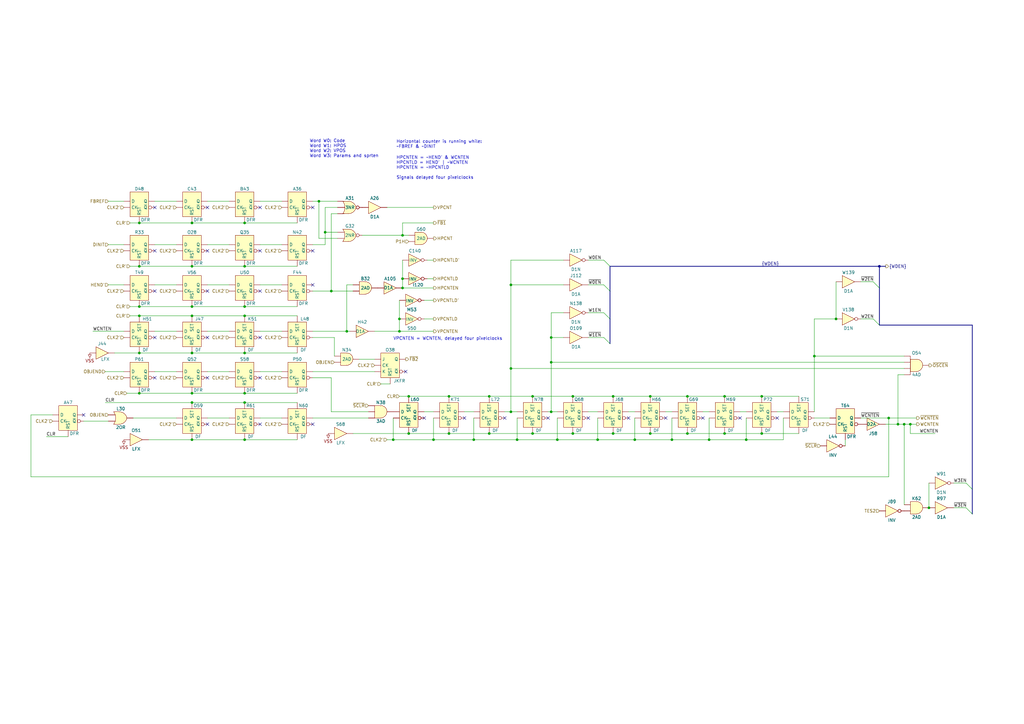
<source format=kicad_sch>
(kicad_sch (version 20230121) (generator eeschema)
  (paper "A3")
  (title_block (date "2023-11-18"))
  (lib_symbols
    (symbol "oki-msm70v000:2AD"
      (property "Reference" "U" (at 0 3.81 0))
      (property "Value" "2AD" (at 0 -3.81 0))
      (symbol "2AD_1_1"
        (arc (start 0 -2.54) (mid 1.7263 -1.7263) (end 2.54 0) (fill (type background)))
        (polyline (pts (xy 0 2.54) (xy -2.54 2.54) (xy -2.54 -2.54) (xy 0 -2.54)) (fill (type background)))
        (arc (start 2.54 0) (mid 1.7961 1.7961) (end 0 2.54) (fill (type background)))
        (pin input line (at -5.08 -1.27 0) (length 2.54) (name "") (number ""))
        (pin input line (at -5.08 1.27 0) (length 2.54) (name "") (number ""))
        (pin output line (at 5.08 0 180) (length 2.54) (name "") (number ""))
      )
    )
    (symbol "oki-msm70v000:2NR"
      (property "Reference" "U" (at 0 3.81 0))
      (property "Value" "2NR" (at 0 -3.81 0))
      (symbol "2NR_1_1"
        (arc (start -2.9127 -2.5398) (mid -2.0762 0.0001) (end -2.9129 2.54))
        (arc (start -0.635 -2.54) (mid 1.3992 -1.8283) (end 2.54 0) (fill (type background)))
        (polyline (pts (xy -0.635 -2.54) (xy -2.921 -2.54)) (fill (type outline)))
        (polyline (pts (xy -0.635 2.54) (xy -2.921 2.54)) (fill (type background)))
        (polyline (pts (xy -0.635 2.54) (xy -2.921 2.54) (xy -2.54 1.905) (xy -2.286 1.27) (xy -2.159 0.762) (xy -2.1082 0.4572) (xy -2.0828 0.1778) (xy -2.0828 -0.127) (xy -2.1336 -0.6604) (xy -2.2098 -1.016) (xy -2.3114 -1.3716) (xy -2.4384 -1.6764) (xy -2.6162 -2.0574) (xy -2.794 -2.3368) (xy -2.921 -2.54) (xy -0.635 -2.54)) (stroke (width -0.0001)) (fill (type background)))
        (arc (start 2.54 0) (mid 1.3994 1.8287) (end -0.635 2.54) (fill (type background)))
        (pin input line (at -5.08 -1.27 0) (length 2.794) (name "") (number ""))
        (pin input line (at -5.08 1.27 0) (length 2.794) (name "") (number ""))
        (pin output inverted (at 5.08 0 180) (length 2.54) (name "") (number ""))
      )
    )
    (symbol "oki-msm70v000:2OR"
      (property "Reference" "U" (at 0 3.81 0))
      (property "Value" "2OR" (at 0 -3.81 0))
      (symbol "2OR_1_1"
        (arc (start -2.9127 -2.5398) (mid -2.0762 0.0001) (end -2.9129 2.54))
        (arc (start -0.635 -2.54) (mid 1.3992 -1.8283) (end 2.54 0) (fill (type background)))
        (polyline (pts (xy -0.635 -2.54) (xy -2.921 -2.54)) (fill (type outline)))
        (polyline (pts (xy -0.635 2.54) (xy -2.921 2.54)) (fill (type background)))
        (polyline (pts (xy -0.635 2.54) (xy -2.921 2.54) (xy -2.54 1.905) (xy -2.286 1.27) (xy -2.159 0.762) (xy -2.1082 0.4572) (xy -2.0828 0.1778) (xy -2.0828 -0.127) (xy -2.1336 -0.6604) (xy -2.2098 -1.016) (xy -2.3114 -1.3716) (xy -2.4384 -1.6764) (xy -2.6162 -2.0574) (xy -2.794 -2.3368) (xy -2.921 -2.54) (xy -0.635 -2.54)) (stroke (width -0.0001)) (fill (type background)))
        (arc (start 2.54 0) (mid 1.3994 1.8287) (end -0.635 2.54) (fill (type background)))
        (pin input line (at -5.08 -1.27 0) (length 2.794) (name "") (number ""))
        (pin input line (at -5.08 1.27 0) (length 2.794) (name "") (number ""))
        (pin output line (at 5.08 0 180) (length 2.54) (name "") (number ""))
      )
    )
    (symbol "oki-msm70v000:3AD"
      (property "Reference" "U" (at 0 3.81 0))
      (property "Value" "3AD" (at 0 -3.81 0))
      (symbol "3AD_1_1"
        (arc (start 0 -2.54) (mid 1.7263 -1.7263) (end 2.54 0) (fill (type background)))
        (polyline (pts (xy 0 2.54) (xy -2.54 2.54) (xy -2.54 -2.54) (xy 0 -2.54)) (fill (type background)))
        (arc (start 2.54 0) (mid 1.7961 1.7961) (end 0 2.54) (fill (type background)))
        (pin input line (at -5.08 -2.54 0) (length 2.54) (name "") (number ""))
        (pin input line (at -5.08 0 0) (length 2.54) (name "") (number ""))
        (pin input line (at -5.08 2.54 0) (length 2.54) (name "") (number ""))
        (pin output line (at 5.08 0 180) (length 2.54) (name "") (number ""))
      )
    )
    (symbol "oki-msm70v000:3NR"
      (property "Reference" "U" (at 0 3.81 0))
      (property "Value" "3NR" (at 0 -3.81 0))
      (symbol "3NR_1_1"
        (arc (start -2.9127 -2.5398) (mid -2.0762 0.0001) (end -2.9129 2.54))
        (arc (start -0.635 -2.54) (mid 1.3992 -1.8283) (end 2.54 0) (fill (type background)))
        (polyline (pts (xy -0.635 -2.54) (xy -2.921 -2.54)) (fill (type outline)))
        (polyline (pts (xy -0.635 2.54) (xy -2.921 2.54)) (fill (type background)))
        (polyline (pts (xy -0.635 2.54) (xy -2.921 2.54) (xy -2.54 1.905) (xy -2.286 1.27) (xy -2.159 0.762) (xy -2.1082 0.4572) (xy -2.0828 0.1778) (xy -2.0828 -0.127) (xy -2.1336 -0.6604) (xy -2.2098 -1.016) (xy -2.3114 -1.3716) (xy -2.4384 -1.6764) (xy -2.6162 -2.0574) (xy -2.794 -2.3368) (xy -2.921 -2.54) (xy -0.635 -2.54)) (stroke (width -0.0001)) (fill (type background)))
        (arc (start 2.54 0) (mid 1.3994 1.8287) (end -0.635 2.54) (fill (type background)))
        (pin input line (at -5.08 -2.54 0) (length 2.794) (name "") (number ""))
        (pin input line (at -5.08 0 0) (length 3) (name "") (number ""))
        (pin input line (at -5.08 2.54 0) (length 2.794) (name "") (number ""))
        (pin output inverted (at 5.08 0 180) (length 2.54) (name "") (number ""))
      )
    )
    (symbol "oki-msm70v000:4AD"
      (property "Reference" "U" (at 0 5.08 0))
      (property "Value" "4AD" (at 0 -3.81 0))
      (symbol "4AD_0_1"
        (polyline (pts (xy -2.54 3.81) (xy -2.54 2.54) (xy -2.54 -3.81)))
      )
      (symbol "4AD_1_1"
        (arc (start 0 -2.54) (mid 1.7263 -1.7263) (end 2.54 0) (fill (type background)))
        (polyline (pts (xy 0 2.54) (xy -2.54 2.54) (xy -2.54 -2.54) (xy 0 -2.54)) (fill (type background)))
        (arc (start 2.54 0) (mid 1.7961 1.7961) (end 0 2.54) (fill (type background)))
        (pin input line (at -5.08 -3.81 0) (length 2.54) (name "") (number ""))
        (pin input line (at -5.08 -1.27 0) (length 2.54) (name "") (number ""))
        (pin input line (at -5.08 1.27 0) (length 2.54) (name "") (number ""))
        (pin input line (at -5.08 3.81 0) (length 2.54) (name "") (number ""))
        (pin output line (at 5.08 0 180) (length 2.54) (name "") (number ""))
      )
    )
    (symbol "oki-msm70v000:D1A"
      (property "Reference" "U" (at 0 3.81 0))
      (property "Value" "D1A" (at 0 -3.81 0))
      (symbol "D1A_1_1"
        (polyline (pts (xy -2.54 2.54) (xy -2.54 -2.54) (xy 2.54 0) (xy -2.54 2.54)) (fill (type background)))
        (pin input line (at -5.08 0 0) (length 2.54) (name "") (number ""))
        (pin output line (at 5.08 0 180) (length 2.54) (name "") (number ""))
      )
    )
    (symbol "oki-msm70v000:D1N"
      (property "Reference" "U" (at 0 3.81 0))
      (property "Value" "D1N" (at 0 -3.81 0))
      (symbol "D1N_1_1"
        (polyline (pts (xy -2.54 2.54) (xy -2.54 -2.54) (xy 2.54 0) (xy -2.54 2.54)) (fill (type background)))
        (pin input line (at -5.08 0 0) (length 2.54) (name "") (number ""))
        (pin output inverted (at 5.08 0 180) (length 2.54) (name "") (number ""))
      )
    )
    (symbol "oki-msm70v000:D2A"
      (property "Reference" "U" (at 0 3.81 0))
      (property "Value" "D2A" (at 0 -3.81 0))
      (symbol "D2A_1_1"
        (polyline (pts (xy -2.54 2.54) (xy -2.54 -2.54) (xy 2.54 0) (xy -2.54 2.54)) (fill (type background)))
        (pin input line (at -5.08 0 0) (length 2.54) (name "") (number ""))
        (pin output line (at 5.08 0 180) (length 2.54) (name "") (number ""))
      )
    )
    (symbol "oki-msm70v000:DF"
      (property "Reference" "U" (at 2.54 6.35 0))
      (property "Value" "DF" (at 2.54 -6.35 0))
      (symbol "DF_1_1"
        (rectangle (start -3.81 5.08) (end 3.81 -5.08) (fill (type background)))
        (pin input line (at -6.35 -1.27 0) (length 2.54) (name "CK") (number ""))
        (pin input line (at -6.35 1.27 0) (length 2.54) (name "D") (number ""))
        (pin output line (at 6.35 1.27 180) (length 2.54) (name "Q") (number ""))
        (pin input line (at 0 -7.62 90) (length 2.54) (name "RST") (number ""))
        (pin input line (at 0 7.62 270) (length 2.54) (name "SET") (number ""))
        (pin output inverted (at 6.35 -1.27 180) (length 2.54) (name "~{Q}") (number ""))
      )
    )
    (symbol "oki-msm70v000:DFR"
      (property "Reference" "U" (at 0 6.35 0))
      (property "Value" "DFR" (at 2.54 -6.35 0))
      (symbol "DFR_1_1"
        (rectangle (start -3.81 5.08) (end 3.81 -5.08) (fill (type background)))
        (pin input line (at -6.35 -1.27 0) (length 2.54) (name "CK") (number ""))
        (pin input line (at -6.35 1.27 0) (length 2.54) (name "D") (number ""))
        (pin output line (at 6.35 1.27 180) (length 2.54) (name "Q") (number ""))
        (pin input line (at 0 -7.62 90) (length 2.54) (name "RST") (number ""))
        (pin output inverted (at 6.35 -1.27 180) (length 2.54) (name "~{Q}") (number ""))
      )
    )
    (symbol "oki-msm70v000:INV"
      (property "Reference" "U" (at 0 3.81 0))
      (property "Value" "INV" (at 0 -3.81 0))
      (symbol "INV_1_1"
        (polyline (pts (xy -2.54 2.54) (xy -2.54 -2.54) (xy 2.54 0) (xy -2.54 2.54)) (fill (type background)))
        (pin input line (at -5.08 0 0) (length 2.54) (name "") (number ""))
        (pin output inverted (at 5.08 0 180) (length 2.54) (name "") (number ""))
      )
    )
    (symbol "oki-msm70v000:JKFR"
      (property "Reference" "U" (at 0 6.35 0))
      (property "Value" "JKFR" (at 3.81 -6.35 0))
      (symbol "JKFR_1_1"
        (rectangle (start -3.81 5.08) (end 3.81 -5.08) (fill (type background)))
        (pin input line (at -6.35 0 0) (length 2.54) (name "CK") (number ""))
        (pin input line (at -6.35 2.54 0) (length 2.54) (name "J") (number ""))
        (pin input line (at -6.35 -2.54 0) (length 2.54) (name "K") (number ""))
        (pin output line (at 6.35 2.54 180) (length 2.54) (name "Q") (number ""))
        (pin input line (at 0 -7.62 90) (length 2.54) (name "RST") (number ""))
        (pin output inverted (at 6.35 -2.54 180) (length 2.54) (name "~{Q}") (number ""))
      )
    )
    (symbol "oki-msm70v000:LFX"
      (property "Reference" "U" (at 0 3.81 0))
      (property "Value" "LFX" (at 0 -3.81 0))
      (symbol "LFX_0_1"
        (polyline (pts (xy -2.54 0) (xy -5.08 0) (xy -5.08 -0.635)))
        (polyline (pts (xy -5.08 -1.905) (xy -4.445 -0.635) (xy -5.715 -0.635) (xy -5.08 -1.905)))
      )
      (symbol "LFX_1_1"
        (polyline (pts (xy -2.54 2.54) (xy -2.54 -2.54) (xy 2.54 0) (xy -2.54 2.54)) (fill (type background)))
        (text "VSS" (at -5.08 -3.175 0) (effects (font (size 1.27 1.27))))
        (pin output line (at 5.08 0 180) (length 2.54) (name "") (number ""))
      )
    )
  )
  (bus_alias "WDEN" (members "W0EN" "~{W0EN}" "W1EN" "~{W1EN}" "W2EN" "~{W2EN}" "W3EN" "~{W3EN}"))
  (junction (at 228.6 180.34))
  (junction (at 290.83 180.34))
  (junction (at 218.44 162.56))
  (junction (at 266.7 177.8))
  (junction (at 200.66 162.56))
  (junction (at 212.09 180.34))
  (junction (at 78.74 129.54))
  (junction (at 245.11 180.34))
  (junction (at 57.15 144.78))
  (junction (at 100.33 161.29))
  (junction (at 312.42 162.56))
  (junction (at 57.15 91.44))
  (junction (at 78.74 144.78))
  (junction (at 226.06 168.91))
  (junction (at 100.33 180.34))
  (junction (at 251.46 177.8))
  (junction (at 370.84 173.99))
  (junction (at 334.01 146.05))
  (junction (at 234.95 177.8))
  (junction (at 312.42 177.8))
  (junction (at 218.44 177.8))
  (junction (at 226.06 148.59))
  (junction (at 57.15 109.22))
  (junction (at 200.66 177.8))
  (junction (at 165.1 96.52))
  (junction (at 281.94 162.56))
  (junction (at 184.15 177.8))
  (junction (at 78.74 109.22))
  (junction (at 306.07 180.34))
  (junction (at 342.9 130.81))
  (junction (at 100.33 109.22))
  (junction (at 373.38 173.99))
  (junction (at 100.33 129.54))
  (junction (at 266.7 162.56))
  (junction (at 226.06 138.43))
  (junction (at 177.8 180.34))
  (junction (at 163.83 135.89))
  (junction (at 209.55 168.91))
  (junction (at 78.74 125.73))
  (junction (at 100.33 91.44))
  (junction (at 184.15 162.56))
  (junction (at 57.15 125.73))
  (junction (at 163.83 130.81))
  (junction (at 135.89 119.38))
  (junction (at 78.74 180.34))
  (junction (at 165.1 118.11))
  (junction (at 360.68 109.22))
  (junction (at 78.74 165.1))
  (junction (at 78.74 91.44))
  (junction (at 100.33 165.1))
  (junction (at 57.15 161.29))
  (junction (at 251.46 162.56))
  (junction (at 297.18 162.56))
  (junction (at 142.24 135.89))
  (junction (at 260.35 180.34))
  (junction (at 234.95 162.56))
  (junction (at 133.35 95.25))
  (junction (at 275.59 180.34))
  (junction (at 165.1 114.3))
  (junction (at 100.33 144.78))
  (junction (at 100.33 125.73))
  (junction (at 167.64 162.56))
  (junction (at 57.15 129.54))
  (junction (at 368.3 173.99))
  (junction (at 209.55 116.84))
  (junction (at 130.81 82.55))
  (junction (at 194.31 180.34))
  (junction (at 297.18 177.8))
  (junction (at 209.55 151.13))
  (junction (at 364.49 171.45))
  (junction (at 161.29 180.34))
  (junction (at 381 208.28))
  (junction (at 78.74 161.29))
  (junction (at 281.94 177.8))
  (junction (at 167.64 177.8))
  (no_connect (at 128.27 85.09))
  (no_connect (at 318.77 171.45))
  (no_connect (at 257.81 171.45))
  (no_connect (at 190.5 171.45))
  (no_connect (at 207.01 171.45))
  (no_connect (at 273.05 171.45))
  (no_connect (at 85.09 173.99))
  (no_connect (at 63.5 154.94))
  (no_connect (at 85.09 119.38))
  (no_connect (at 128.27 102.87))
  (no_connect (at 63.5 119.38))
  (no_connect (at 106.68 119.38))
  (no_connect (at 63.5 138.43))
  (no_connect (at 303.53 171.45))
  (no_connect (at 128.27 116.84))
  (no_connect (at 106.68 154.94))
  (no_connect (at 85.09 102.87))
  (no_connect (at 106.68 102.87))
  (no_connect (at 288.29 171.45))
  (no_connect (at 106.68 85.09))
  (no_connect (at 63.5 85.09))
  (no_connect (at 63.5 102.87))
  (no_connect (at 106.68 173.99))
  (no_connect (at 241.3 171.45))
  (no_connect (at 85.09 138.43))
  (no_connect (at 128.27 173.99))
  (no_connect (at 166.37 152.4))
  (no_connect (at 224.79 171.45))
  (no_connect (at 85.09 154.94))
  (no_connect (at 173.99 171.45))
  (no_connect (at 85.09 85.09))
  (no_connect (at 34.29 170.18))
  (no_connect (at 106.68 138.43))
  (bus_entry (at 396.24 208.28) (size 2.54 2.54))
  (bus_entry (at 247.65 128.27) (size 2.54 2.54))
  (bus_entry (at 358.14 115.57) (size 2.54 2.54))
  (bus_entry (at 396.24 198.12) (size 2.54 2.54))
  (bus_entry (at 247.65 106.68) (size 2.54 2.54))
  (bus_entry (at 247.65 116.84) (size 2.54 2.54))
  (bus_entry (at 358.14 130.81) (size 2.54 2.54))
  (bus_entry (at 247.65 138.43) (size 2.54 2.54))
  (wire (pts (xy 363.22 173.99) (xy 368.3 173.99)))
  (wire (pts (xy 165.1 96.52) (xy 165.1 91.44)))
  (wire (pts (xy 147.32 147.32) (xy 153.67 147.32)))
  (wire (pts (xy 53.34 109.22) (xy 57.15 109.22)))
  (wire (pts (xy 209.55 116.84) (xy 209.55 106.68)))
  (wire (pts (xy 177.8 180.34) (xy 194.31 180.34)))
  (wire (pts (xy 12.7 195.58) (xy 12.7 170.18)))
  (wire (pts (xy 130.81 82.55) (xy 128.27 82.55)))
  (wire (pts (xy 38.1 135.89) (xy 50.8 135.89)))
  (wire (pts (xy 135.89 87.63) (xy 135.89 119.38)))
  (wire (pts (xy 275.59 180.34) (xy 290.83 180.34)))
  (wire (pts (xy 241.3 138.43) (xy 247.65 138.43)))
  (wire (pts (xy 161.29 180.34) (xy 177.8 180.34)))
  (wire (pts (xy 53.34 91.44) (xy 57.15 91.44)))
  (bus (pts (xy 398.78 133.35) (xy 398.78 200.66)))
  (wire (pts (xy 218.44 162.56) (xy 234.95 162.56)))
  (wire (pts (xy 133.35 85.09) (xy 138.43 85.09)))
  (wire (pts (xy 165.1 114.3) (xy 165.1 106.68)))
  (wire (pts (xy 177.8 123.19) (xy 173.99 123.19)))
  (wire (pts (xy 207.01 168.91) (xy 209.55 168.91)))
  (wire (pts (xy 353.06 115.57) (xy 358.14 115.57)))
  (wire (pts (xy 241.3 116.84) (xy 247.65 116.84)))
  (wire (pts (xy 241.3 168.91) (xy 245.11 168.91)))
  (wire (pts (xy 153.67 135.89) (xy 163.83 135.89)))
  (wire (pts (xy 381 198.12) (xy 381 208.28)))
  (wire (pts (xy 209.55 151.13) (xy 209.55 116.84)))
  (wire (pts (xy 391.16 198.12) (xy 396.24 198.12)))
  (wire (pts (xy 167.64 162.56) (xy 184.15 162.56)))
  (wire (pts (xy 312.42 162.56) (xy 327.66 162.56)))
  (wire (pts (xy 368.3 173.99) (xy 370.84 173.99)))
  (wire (pts (xy 321.31 171.45) (xy 321.31 180.34)))
  (wire (pts (xy 78.74 165.1) (xy 100.33 165.1)))
  (wire (pts (xy 334.01 130.81) (xy 342.9 130.81)))
  (wire (pts (xy 226.06 128.27) (xy 231.14 128.27)))
  (wire (pts (xy 100.33 91.44) (xy 121.92 91.44)))
  (wire (pts (xy 273.05 168.91) (xy 275.59 168.91)))
  (wire (pts (xy 137.16 146.05) (xy 137.16 138.43)))
  (wire (pts (xy 370.84 173.99) (xy 370.84 207.01)))
  (wire (pts (xy 46.99 144.78) (xy 57.15 144.78)))
  (wire (pts (xy 194.31 180.34) (xy 212.09 180.34)))
  (wire (pts (xy 226.06 168.91) (xy 226.06 148.59)))
  (wire (pts (xy 241.3 128.27) (xy 247.65 128.27)))
  (wire (pts (xy 200.66 162.56) (xy 218.44 162.56)))
  (wire (pts (xy 57.15 91.44) (xy 78.74 91.44)))
  (wire (pts (xy 57.15 144.78) (xy 78.74 144.78)))
  (wire (pts (xy 43.18 165.1) (xy 78.74 165.1)))
  (wire (pts (xy 44.45 116.84) (xy 50.8 116.84)))
  (wire (pts (xy 245.11 171.45) (xy 245.11 180.34)))
  (wire (pts (xy 144.78 177.8) (xy 167.64 177.8)))
  (bus (pts (xy 250.19 130.81) (xy 250.19 140.97)))
  (wire (pts (xy 370.84 173.99) (xy 373.38 173.99)))
  (wire (pts (xy 100.33 161.29) (xy 121.92 161.29)))
  (wire (pts (xy 346.71 182.88) (xy 346.71 180.34)))
  (wire (pts (xy 266.7 162.56) (xy 281.94 162.56)))
  (wire (pts (xy 106.68 116.84) (xy 115.57 116.84)))
  (wire (pts (xy 144.78 116.84) (xy 142.24 116.84)))
  (wire (pts (xy 306.07 180.34) (xy 321.31 180.34)))
  (wire (pts (xy 163.83 123.19) (xy 163.83 130.81)))
  (wire (pts (xy 334.01 146.05) (xy 370.84 146.05)))
  (wire (pts (xy 364.49 171.45) (xy 375.92 171.45)))
  (wire (pts (xy 165.1 118.11) (xy 177.8 118.11)))
  (wire (pts (xy 234.95 162.56) (xy 251.46 162.56)))
  (wire (pts (xy 163.83 162.56) (xy 167.64 162.56)))
  (wire (pts (xy 373.38 177.8) (xy 373.38 173.99)))
  (wire (pts (xy 368.3 153.67) (xy 370.84 153.67)))
  (wire (pts (xy 209.55 168.91) (xy 212.09 168.91)))
  (wire (pts (xy 209.55 116.84) (xy 231.14 116.84)))
  (wire (pts (xy 342.9 115.57) (xy 342.9 130.81)))
  (wire (pts (xy 128.27 152.4) (xy 153.67 152.4)))
  (wire (pts (xy 60.96 180.34) (xy 78.74 180.34)))
  (wire (pts (xy 142.24 135.89) (xy 143.51 135.89)))
  (wire (pts (xy 106.68 100.33) (xy 115.57 100.33)))
  (wire (pts (xy 78.74 91.44) (xy 100.33 91.44)))
  (wire (pts (xy 297.18 162.56) (xy 312.42 162.56)))
  (wire (pts (xy 212.09 171.45) (xy 212.09 180.34)))
  (wire (pts (xy 12.7 170.18) (xy 21.59 170.18)))
  (wire (pts (xy 53.34 129.54) (xy 57.15 129.54)))
  (wire (pts (xy 281.94 177.8) (xy 297.18 177.8)))
  (wire (pts (xy 190.5 168.91) (xy 194.31 168.91)))
  (wire (pts (xy 251.46 162.56) (xy 266.7 162.56)))
  (wire (pts (xy 54.61 171.45) (xy 72.39 171.45)))
  (wire (pts (xy 163.83 135.89) (xy 177.8 135.89)))
  (wire (pts (xy 44.45 100.33) (xy 50.8 100.33)))
  (wire (pts (xy 334.01 130.81) (xy 334.01 146.05)))
  (bus (pts (xy 360.68 109.22) (xy 363.22 109.22)))
  (wire (pts (xy 128.27 100.33) (xy 133.35 100.33)))
  (wire (pts (xy 241.3 106.68) (xy 247.65 106.68)))
  (wire (pts (xy 209.55 106.68) (xy 231.14 106.68)))
  (wire (pts (xy 57.15 125.73) (xy 78.74 125.73)))
  (wire (pts (xy 106.68 135.89) (xy 115.57 135.89)))
  (wire (pts (xy 312.42 177.8) (xy 327.66 177.8)))
  (wire (pts (xy 209.55 168.91) (xy 209.55 151.13)))
  (wire (pts (xy 334.01 171.45) (xy 340.36 171.45)))
  (wire (pts (xy 175.26 114.3) (xy 177.8 114.3)))
  (wire (pts (xy 163.83 130.81) (xy 163.83 135.89)))
  (bus (pts (xy 398.78 200.66) (xy 398.78 210.82)))
  (wire (pts (xy 133.35 85.09) (xy 133.35 95.25)))
  (wire (pts (xy 306.07 180.34) (xy 306.07 171.45)))
  (wire (pts (xy 57.15 161.29) (xy 78.74 161.29)))
  (wire (pts (xy 128.27 119.38) (xy 135.89 119.38)))
  (wire (pts (xy 226.06 148.59) (xy 226.06 138.43)))
  (wire (pts (xy 224.79 168.91) (xy 226.06 168.91)))
  (wire (pts (xy 297.18 177.8) (xy 312.42 177.8)))
  (wire (pts (xy 43.18 152.4) (xy 50.8 152.4)))
  (wire (pts (xy 100.33 125.73) (xy 121.92 125.73)))
  (wire (pts (xy 156.21 157.48) (xy 160.02 157.48)))
  (wire (pts (xy 57.15 129.54) (xy 78.74 129.54)))
  (wire (pts (xy 106.68 82.55) (xy 115.57 82.55)))
  (wire (pts (xy 226.06 138.43) (xy 231.14 138.43)))
  (wire (pts (xy 167.64 177.8) (xy 184.15 177.8)))
  (wire (pts (xy 228.6 180.34) (xy 245.11 180.34)))
  (wire (pts (xy 85.09 82.55) (xy 93.98 82.55)))
  (wire (pts (xy 209.55 151.13) (xy 370.84 151.13)))
  (wire (pts (xy 373.38 173.99) (xy 375.92 173.99)))
  (wire (pts (xy 133.35 95.25) (xy 138.43 95.25)))
  (wire (pts (xy 226.06 138.43) (xy 226.06 128.27)))
  (wire (pts (xy 260.35 171.45) (xy 260.35 180.34)))
  (wire (pts (xy 158.75 180.34) (xy 161.29 180.34)))
  (wire (pts (xy 135.89 119.38) (xy 144.78 119.38)))
  (wire (pts (xy 165.1 114.3) (xy 165.1 118.11)))
  (wire (pts (xy 177.8 130.81) (xy 173.99 130.81)))
  (wire (pts (xy 34.29 172.72) (xy 44.45 172.72)))
  (wire (pts (xy 226.06 168.91) (xy 228.6 168.91)))
  (wire (pts (xy 368.3 153.67) (xy 368.3 173.99)))
  (wire (pts (xy 78.74 109.22) (xy 100.33 109.22)))
  (wire (pts (xy 142.24 116.84) (xy 142.24 135.89)))
  (wire (pts (xy 353.06 130.81) (xy 358.14 130.81)))
  (wire (pts (xy 161.29 171.45) (xy 161.29 180.34)))
  (wire (pts (xy 364.49 195.58) (xy 12.7 195.58)))
  (wire (pts (xy 228.6 171.45) (xy 228.6 180.34)))
  (wire (pts (xy 290.83 171.45) (xy 290.83 180.34)))
  (wire (pts (xy 334.01 146.05) (xy 334.01 168.91)))
  (wire (pts (xy 78.74 129.54) (xy 100.33 129.54)))
  (wire (pts (xy 85.09 100.33) (xy 93.98 100.33)))
  (wire (pts (xy 57.15 109.22) (xy 78.74 109.22)))
  (wire (pts (xy 226.06 148.59) (xy 370.84 148.59)))
  (wire (pts (xy 78.74 144.78) (xy 100.33 144.78)))
  (wire (pts (xy 165.1 91.44) (xy 177.8 91.44)))
  (wire (pts (xy 135.89 168.91) (xy 151.13 168.91)))
  (wire (pts (xy 130.81 97.79) (xy 130.81 82.55)))
  (wire (pts (xy 128.27 171.45) (xy 151.13 171.45)))
  (wire (pts (xy 260.35 180.34) (xy 275.59 180.34)))
  (wire (pts (xy 194.31 171.45) (xy 194.31 180.34)))
  (wire (pts (xy 137.16 138.43) (xy 128.27 138.43)))
  (wire (pts (xy 128.27 135.89) (xy 142.24 135.89)))
  (wire (pts (xy 266.7 177.8) (xy 281.94 177.8)))
  (bus (pts (xy 250.19 109.22) (xy 360.68 109.22)))
  (wire (pts (xy 234.95 177.8) (xy 251.46 177.8)))
  (bus (pts (xy 250.19 119.38) (xy 250.19 130.81)))
  (wire (pts (xy 212.09 180.34) (xy 228.6 180.34)))
  (wire (pts (xy 148.59 96.52) (xy 165.1 96.52)))
  (wire (pts (xy 44.45 82.55) (xy 50.8 82.55)))
  (wire (pts (xy 63.5 116.84) (xy 72.39 116.84)))
  (wire (pts (xy 85.09 116.84) (xy 93.98 116.84)))
  (wire (pts (xy 290.83 180.34) (xy 306.07 180.34)))
  (wire (pts (xy 200.66 177.8) (xy 218.44 177.8)))
  (bus (pts (xy 360.68 109.22) (xy 360.68 118.11)))
  (wire (pts (xy 275.59 171.45) (xy 275.59 180.34)))
  (wire (pts (xy 138.43 87.63) (xy 135.89 87.63)))
  (wire (pts (xy 184.15 162.56) (xy 200.66 162.56)))
  (wire (pts (xy 63.5 152.4) (xy 72.39 152.4)))
  (wire (pts (xy 218.44 177.8) (xy 234.95 177.8)))
  (wire (pts (xy 133.35 95.25) (xy 133.35 100.33)))
  (wire (pts (xy 257.81 168.91) (xy 260.35 168.91)))
  (wire (pts (xy 85.09 171.45) (xy 93.98 171.45)))
  (wire (pts (xy 251.46 177.8) (xy 266.7 177.8)))
  (wire (pts (xy 128.27 154.94) (xy 135.89 154.94)))
  (wire (pts (xy 100.33 109.22) (xy 121.92 109.22)))
  (bus (pts (xy 360.68 118.11) (xy 360.68 133.35)))
  (wire (pts (xy 177.8 171.45) (xy 177.8 180.34)))
  (wire (pts (xy 173.99 168.91) (xy 177.8 168.91)))
  (wire (pts (xy 63.5 100.33) (xy 72.39 100.33)))
  (wire (pts (xy 158.75 85.09) (xy 177.8 85.09)))
  (wire (pts (xy 373.38 177.8) (xy 383.54 177.8)))
  (wire (pts (xy 78.74 125.73) (xy 100.33 125.73)))
  (wire (pts (xy 303.53 168.91) (xy 306.07 168.91)))
  (wire (pts (xy 100.33 165.1) (xy 121.92 165.1)))
  (wire (pts (xy 78.74 180.34) (xy 100.33 180.34)))
  (wire (pts (xy 245.11 180.34) (xy 260.35 180.34)))
  (wire (pts (xy 78.74 161.29) (xy 100.33 161.29)))
  (wire (pts (xy 63.5 135.89) (xy 72.39 135.89)))
  (wire (pts (xy 100.33 129.54) (xy 121.92 129.54)))
  (wire (pts (xy 175.26 106.68) (xy 177.8 106.68)))
  (wire (pts (xy 19.05 179.07) (xy 27.94 179.07)))
  (wire (pts (xy 130.81 82.55) (xy 138.43 82.55)))
  (wire (pts (xy 364.49 171.45) (xy 364.49 195.58)))
  (wire (pts (xy 53.34 125.73) (xy 57.15 125.73)))
  (wire (pts (xy 184.15 177.8) (xy 200.66 177.8)))
  (bus (pts (xy 360.68 133.35) (xy 398.78 133.35)))
  (wire (pts (xy 167.64 96.52) (xy 165.1 96.52)))
  (wire (pts (xy 135.89 154.94) (xy 135.89 168.91)))
  (wire (pts (xy 353.06 171.45) (xy 364.49 171.45)))
  (wire (pts (xy 63.5 82.55) (xy 72.39 82.55)))
  (wire (pts (xy 52.07 161.29) (xy 57.15 161.29)))
  (wire (pts (xy 138.43 97.79) (xy 130.81 97.79)))
  (wire (pts (xy 288.29 168.91) (xy 290.83 168.91)))
  (wire (pts (xy 106.68 152.4) (xy 115.57 152.4)))
  (wire (pts (xy 85.09 152.4) (xy 93.98 152.4)))
  (wire (pts (xy 85.09 135.89) (xy 93.98 135.89)))
  (wire (pts (xy 106.68 171.45) (xy 115.57 171.45)))
  (wire (pts (xy 100.33 144.78) (xy 121.92 144.78)))
  (bus (pts (xy 250.19 109.22) (xy 250.19 119.38)))
  (wire (pts (xy 281.94 162.56) (xy 297.18 162.56)))
  (wire (pts (xy 391.16 208.28) (xy 396.24 208.28)))
  (wire (pts (xy 100.33 180.34) (xy 121.92 180.34)))
  (wire (pts (xy 318.77 168.91) (xy 321.31 168.91)))
  (text "VPCNTEN = WCNTEN, delayed four pixelclocks" (at 161.29 139.7 0) (effects (font (size 1.27 1.27)) (justify left bottom)))
  (text "Horizontal counter is running while:\n~FBREF & ~DINIT" (at 162.56 60.96 0) (effects (font (size 1.27 1.27)) (justify left bottom)))
  (text "Word W0: Code\nWord W1: HPOS\nWord W2: VPOS\nWord W3: Params and sprten" (at 127 64.77 0) (effects (font (size 1.27 1.27)) (justify left bottom)))
  (text "HPCNTEN = ~HEND' & WCNTEN\nHPCNTLD = HEND' | ~WCNTEN\nHPCNTEN = ~HPCNTLD\n\nSignals delayed four pixelclocks" (at 162.56 73.66 0) (effects (font (size 1.27 1.27)) (justify left bottom)))
  (label "~{W1EN}" (at 241.3 138.43 0))
  (label "~{W0EN}" (at 241.3 116.84 0))
  (label "~{W3EN}" (at 391.16 208.28 0))
  (label "CLR" (at 19.05 179.07 0))
  (label "W1EN" (at 241.3 128.27 0))
  (label "WCNTEN" (at 377.19 177.8 0))
  (label "W0EN" (at 241.3 106.68 0))
  (label "{WDEN}" (at 312.42 109.22 0))
  (label "WCNTEN" (at 38.1 135.89 0))
  (label "W2EN" (at 353.06 130.81 0))
  (label "~{WCNTEN}" (at 353.06 171.45 0))
  (label "W3EN" (at 391.16 198.12 0))
  (label "~{W2EN}" (at 353.06 115.57 0))
  (label "CLR" (at 43.18 165.1 0))
  (hierarchical_label "CLK2'" (shape input) (at 72.39 154.94 180))
  (hierarchical_label "~{WCNTEN}" (shape output) (at 375.92 171.45 0))
  (hierarchical_label "CLK2'" (shape input) (at 115.57 154.94 180))
  (hierarchical_label "CLK2'" (shape input) (at 93.98 138.43 180))
  (hierarchical_label "CLK2'" (shape input) (at 50.8 154.94 180))
  (hierarchical_label "CLK2'" (shape input) (at 93.98 154.94 180))
  (hierarchical_label "~{FB2}" (shape output) (at 166.37 147.32 0))
  (hierarchical_label "CLK2'" (shape input) (at 50.8 119.38 180))
  (hierarchical_label "CLK2'" (shape input) (at 50.8 102.87 180))
  (hierarchical_label "DINIT" (shape input) (at 44.45 100.33 180))
  (hierarchical_label "~{OSCEN}" (shape output) (at 381 149.86 0))
  (hierarchical_label "CLK2'" (shape input) (at 93.98 119.38 180))
  (hierarchical_label "VPCNTEN" (shape output) (at 177.8 135.89 0))
  (hierarchical_label "HPCNTLD'" (shape output) (at 177.8 106.68 0))
  (hierarchical_label "FBREF" (shape input) (at 44.45 82.55 180))
  (hierarchical_label "CLR'" (shape input) (at 53.34 91.44 180))
  (hierarchical_label "CLK2'" (shape input) (at 93.98 85.09 180))
  (hierarchical_label "CLK2'" (shape input) (at 50.8 138.43 180))
  (hierarchical_label "CLK2'" (shape input) (at 115.57 138.43 180))
  (hierarchical_label "CLR" (shape input) (at 163.83 162.56 180))
  (hierarchical_label "TES2" (shape input) (at 360.68 209.55 180))
  (hierarchical_label "CLK2'" (shape input) (at 21.59 172.72 180))
  (hierarchical_label "CLR'" (shape input) (at 53.34 125.73 180))
  (hierarchical_label "OBJEND" (shape input) (at 43.18 152.4 180))
  (hierarchical_label "VPCNTLD" (shape output) (at 177.8 130.81 0))
  (hierarchical_label "~{FB1}" (shape output) (at 177.8 91.44 0))
  (hierarchical_label "CLR'" (shape input) (at 53.34 129.54 180))
  (hierarchical_label "CLK2'" (shape input) (at 72.39 173.99 180))
  (hierarchical_label "CLK2'" (shape input) (at 340.36 173.99 180))
  (hierarchical_label "VPCNTLD'" (shape output) (at 177.8 123.19 0))
  (hierarchical_label "HPCNTEN" (shape output) (at 177.8 118.11 0))
  (hierarchical_label "CLK2'" (shape input) (at 72.39 119.38 180))
  (hierarchical_label "~{SCLR}" (shape input) (at 336.55 182.88 180))
  (hierarchical_label "OBJEN" (shape input) (at 44.45 170.18 180))
  (hierarchical_label "CLK2'" (shape input) (at 93.98 173.99 180))
  (hierarchical_label "CLR'" (shape input) (at 53.34 109.22 180))
  (hierarchical_label "P1H" (shape input) (at 167.64 99.06 180))
  (hierarchical_label "OBJEN" (shape input) (at 137.16 148.59 180))
  (hierarchical_label "CLR'" (shape input) (at 156.21 157.48 180))
  (hierarchical_label "HPCNTLD" (shape output) (at 177.8 114.3 0))
  (hierarchical_label "CLK2'" (shape input) (at 115.57 173.99 180))
  (hierarchical_label "CLK2'" (shape input) (at 50.8 85.09 180))
  (hierarchical_label "{WDEN}" (shape output) (at 363.22 109.22 0))
  (hierarchical_label "VPCNT" (shape output) (at 177.8 85.09 0))
  (hierarchical_label "CLK2'" (shape input) (at 72.39 85.09 180))
  (hierarchical_label "~{SCLR}" (shape input) (at 151.13 166.37 180))
  (hierarchical_label "CLK2'" (shape input) (at 158.75 180.34 180))
  (hierarchical_label "WCNTEN" (shape output) (at 375.92 173.99 0))
  (hierarchical_label "CLK2'" (shape input) (at 115.57 85.09 180))
  (hierarchical_label "HEND'" (shape input) (at 44.45 116.84 180))
  (hierarchical_label "CLK2'" (shape input) (at 93.98 102.87 180))
  (hierarchical_label "CLK2'" (shape input) (at 115.57 102.87 180))
  (hierarchical_label "CLK2'" (shape input) (at 72.39 138.43 180))
  (hierarchical_label "HPCNT" (shape output) (at 177.8 97.79 0))
  (hierarchical_label "CLR" (shape input) (at 52.07 161.29 180))
  (hierarchical_label "CLK2'" (shape input) (at 153.67 149.86 180))
  (hierarchical_label "CLK2'" (shape input) (at 115.57 119.38 180))
  (hierarchical_label "CLK2'" (shape input) (at 72.39 102.87 180))
  (symbol (lib_id "oki-msm70v000:D1A") (at 236.22 138.43 0) (unit 1)
    (property "Reference" "O109" (at 236.22 134.62 0))
    (property "Value" "D1A" (at 236.22 142.24 0))
  )
  (symbol (lib_id "oki-msm70v000:DF") (at 281.94 170.18 0) (unit 1)
    (property "Reference" "G69" (at 284.48 163.83 0))
    (property "Value" "DF" (at 284.48 176.53 0))
  )
  (symbol (lib_id "oki-msm70v000:DFR") (at 57.15 101.6 0) (unit 1)
    (property "Reference" "R33" (at 57.15 95.25 0))
    (property "Value" "DFR" (at 59.69 107.95 0))
  )
  (symbol (lib_id "oki-msm70v000:DFR") (at 78.74 101.6 0) (unit 1)
    (property "Reference" "O28" (at 78.74 95.25 0))
    (property "Value" "DFR" (at 81.28 107.95 0))
  )
  (symbol (lib_id "oki-msm70v000:DFR") (at 100.33 153.67 0) (unit 1)
    (property "Reference" "S58" (at 100.33 147.32 0))
    (property "Value" "DFR" (at 102.87 160.02 0))
  )
  (symbol (lib_id "oki-msm70v000:DF") (at 251.46 170.18 0) (unit 1)
    (property "Reference" "J68" (at 254 163.83 0))
    (property "Value" "DF" (at 254 176.53 0))
  )
  (symbol (lib_id "oki-msm70v000:INV") (at 168.91 123.19 0) (unit 1)
    (property "Reference" "M53" (at 168.91 127 0))
    (property "Value" "INV" (at 168.0411 123.3764 0))
  )
  (symbol (lib_id "oki-msm70v000:D1N") (at 347.98 130.81 0) (unit 1)
    (property "Reference" "V138" (at 347.98 127 0))
    (property "Value" "D1N" (at 347.98 134.62 0))
  )
  (symbol (lib_id "oki-msm70v000:DF") (at 121.92 172.72 0) (unit 1)
    (property "Reference" "N60" (at 124.46 166.37 0))
    (property "Value" "DF" (at 124.46 179.07 0))
  )
  (symbol (lib_id "oki-msm70v000:DFR") (at 121.92 83.82 0) (unit 1)
    (property "Reference" "A36" (at 121.92 77.47 0))
    (property "Value" "DFR" (at 124.46 90.17 0))
  )
  (symbol (lib_id "oki-msm70v000:DF") (at 200.66 170.18 0) (unit 1)
    (property "Reference" "L72" (at 203.2 163.83 0))
    (property "Value" "DF" (at 203.2 176.53 0))
  )
  (symbol (lib_id "oki-msm70v000:DFR") (at 100.33 83.82 0) (unit 1)
    (property "Reference" "B43" (at 100.33 77.47 0))
    (property "Value" "DFR" (at 102.87 90.17 0))
  )
  (symbol (lib_id "oki-msm70v000:D1A") (at 160.02 118.11 0) (unit 1)
    (property "Reference" "A105" (at 160.02 114.3 0))
    (property "Value" "D1A" (at 159.3223 118.0199 0))
  )
  (symbol (lib_id "oki-msm70v000:INV") (at 170.18 106.68 0) (unit 1)
    (property "Reference" "C140" (at 170.18 102.87 0))
    (property "Value" "INV" (at 169.3869 106.7067 0))
  )
  (symbol (lib_id "oki-msm70v000:2AD") (at 172.72 97.79 0) (unit 1)
    (property "Reference" "G60" (at 172.72 93.98 0))
    (property "Value" "2AD" (at 172.72 97.79 0))
  )
  (symbol (lib_id "oki-msm70v000:2AD") (at 375.92 208.28 0) (unit 1)
    (property "Reference" "K62" (at 375.92 204.47 0))
    (property "Value" "2AD" (at 375.92 212.09 0))
  )
  (symbol (lib_id "oki-msm70v000:DFR") (at 100.33 101.6 0) (unit 1)
    (property "Reference" "Q35" (at 100.33 95.25 0))
    (property "Value" "DFR" (at 102.87 107.95 0))
  )
  (symbol (lib_id "oki-msm70v000:INV") (at 170.18 114.3 0) (unit 1)
    (property "Reference" "I120" (at 171.45 116.84 0))
    (property "Value" "INV" (at 169.2743 114.4446 0))
  )
  (symbol (lib_id "oki-msm70v000:DF") (at 297.18 170.18 0) (unit 1)
    (property "Reference" "M69" (at 299.72 163.83 0))
    (property "Value" "DF" (at 299.72 176.53 0))
  )
  (symbol (lib_id "oki-msm70v000:D1A") (at 153.67 85.09 0) (unit 1)
    (property "Reference" "A26" (at 153.67 81.28 0))
    (property "Value" "D1A" (at 153.67 88.9 0))
  )
  (symbol (lib_id "oki-msm70v000:JKFR") (at 160.02 149.86 0) (unit 1)
    (property "Reference" "O38" (at 160.02 143.51 0))
    (property "Value" "JKFR" (at 163.83 156.21 0))
  )
  (symbol (lib_id "oki-msm70v000:DFR") (at 27.94 171.45 0) (unit 1)
    (property "Reference" "A47" (at 27.94 165.1 0))
    (property "Value" "DFR" (at 30.48 177.8 0))
  )
  (symbol (lib_id "oki-msm70v000:DFR") (at 57.15 153.67 0) (unit 1)
    (property "Reference" "P61" (at 57.15 147.32 0))
    (property "Value" "DFR" (at 59.69 160.02 0))
  )
  (symbol (lib_id "oki-msm70v000:D1A") (at 148.59 135.89 0) (unit 1)
    (property "Reference" "H42" (at 148.59 132.08 0))
    (property "Value" "D1A" (at 147.817 135.9207 0))
  )
  (symbol (lib_id "oki-msm70v000:D1N") (at 236.22 106.68 0) (unit 1)
    (property "Reference" "A117" (at 236.22 102.87 0))
    (property "Value" "D1N" (at 236.22 110.49 0))
  )
  (symbol (lib_id "oki-msm70v000:DFR") (at 78.74 153.67 0) (unit 1)
    (property "Reference" "Q52" (at 78.74 147.32 0))
    (property "Value" "DFR" (at 81.28 160.02 0))
  )
  (symbol (lib_id "oki-msm70v000:LFX") (at 139.7 177.8 0) (unit 1)
    (property "Reference" "S68" (at 139.7 173.99 0))
    (property "Value" "LFX" (at 139.7 181.61 0))
  )
  (symbol (lib_id "oki-msm70v000:DFR") (at 100.33 118.11 0) (unit 1)
    (property "Reference" "U50" (at 100.33 111.76 0))
    (property "Value" "DFR" (at 102.87 124.46 0))
  )
  (symbol (lib_id "oki-msm70v000:DF") (at 167.64 170.18 0) (unit 1)
    (property "Reference" "L60" (at 170.18 163.83 0))
    (property "Value" "DF" (at 170.18 176.53 0))
  )
  (symbol (lib_id "oki-msm70v000:DFR") (at 57.15 83.82 0) (unit 1)
    (property "Reference" "D48" (at 57.15 77.47 0))
    (property "Value" "DFR" (at 59.69 90.17 0))
  )
  (symbol (lib_id "oki-msm70v000:4AD") (at 375.92 149.86 0) (unit 1)
    (property "Reference" "O54" (at 375.92 144.78 0))
    (property "Value" "4AD" (at 375.92 153.67 0))
  )
  (symbol (lib_id "oki-msm70v000:DF") (at 121.92 137.16 0) (unit 1)
    (property "Reference" "L48" (at 123.19 130.81 0) (effects (justify left)))
    (property "Value" "DF" (at 123.19 143.51 0) (effects (justify left)))
  )
  (symbol (lib_id "oki-msm70v000:LFX") (at 55.88 180.34 0) (unit 1)
    (property "Reference" "O51" (at 55.88 176.53 0))
    (property "Value" "LFX" (at 55.88 184.15 0))
  )
  (symbol (lib_id "oki-msm70v000:DFR") (at 121.92 153.67 0) (unit 1)
    (property "Reference" "P50" (at 121.92 147.32 0))
    (property "Value" "DFR" (at 124.46 160.02 0))
  )
  (symbol (lib_id "oki-msm70v000:DFR") (at 346.71 172.72 0) (unit 1)
    (property "Reference" "T64" (at 346.71 166.37 0))
    (property "Value" "DFR" (at 349.25 179.07 0))
  )
  (symbol (lib_id "oki-msm70v000:DF") (at 266.7 170.18 0) (unit 1)
    (property "Reference" "H66" (at 269.24 163.83 0))
    (property "Value" "DF" (at 269.24 176.53 0))
  )
  (symbol (lib_id "oki-msm70v000:DF") (at 57.15 137.16 0) (unit 1)
    (property "Reference" "H51" (at 58.42 130.81 0) (effects (justify left)))
    (property "Value" "DF" (at 58.42 143.51 0) (effects (justify left)))
  )
  (symbol (lib_id "oki-msm70v000:DF") (at 312.42 170.18 0) (unit 1)
    (property "Reference" "P72" (at 314.96 163.83 0))
    (property "Value" "DF" (at 314.96 176.53 0))
  )
  (symbol (lib_id "oki-msm70v000:INV") (at 365.76 209.55 0) (unit 1)
    (property "Reference" "J89" (at 365.76 205.74 0))
    (property "Value" "INV" (at 365.76 213.36 0))
  )
  (symbol (lib_id "oki-msm70v000:DFR") (at 121.92 118.11 0) (unit 1)
    (property "Reference" "F44" (at 121.92 111.76 0))
    (property "Value" "DFR" (at 124.46 124.46 0))
  )
  (symbol (lib_id "oki-msm70v000:DF") (at 100.33 172.72 0) (unit 1)
    (property "Reference" "R61" (at 102.87 166.37 0))
    (property "Value" "DF" (at 102.87 179.07 0))
  )
  (symbol (lib_id "oki-msm70v000:DF") (at 78.74 172.72 0) (unit 1)
    (property "Reference" "O59" (at 81.28 166.37 0))
    (property "Value" "DF" (at 81.28 179.07 0))
  )
  (symbol (lib_id "oki-msm70v000:INV") (at 168.91 130.81 0) (unit 1)
    (property "Reference" "S50" (at 168.91 134.62 0))
    (property "Value" "INV" (at 168.0411 130.9714 0))
  )
  (symbol (lib_id "oki-msm70v000:D1N") (at 236.22 128.27 0) (unit 1)
    (property "Reference" "N138" (at 236.22 124.46 0))
    (property "Value" "D1N" (at 236.22 132.08 0))
  )
  (symbol (lib_id "oki-msm70v000:DF") (at 184.15 170.18 0) (unit 1)
    (property "Reference" "K71" (at 186.69 163.83 0))
    (property "Value" "DF" (at 186.69 176.53 0))
  )
  (symbol (lib_id "oki-msm70v000:LFX") (at 41.91 144.78 0) (unit 1)
    (property "Reference" "J44" (at 41.91 140.97 0))
    (property "Value" "LFX" (at 43.18 147.32 0))
  )
  (symbol (lib_id "oki-msm70v000:DF") (at 78.74 137.16 0) (unit 1)
    (property "Reference" "J47" (at 80.01 130.81 0) (effects (justify left)))
    (property "Value" "DF" (at 80.01 143.51 0) (effects (justify left)))
  )
  (symbol (lib_id "oki-msm70v000:3NR") (at 143.51 85.09 0) (unit 1)
    (property "Reference" "A31" (at 143.51 81.28 0))
    (property "Value" "3NR" (at 143.51 85.09 0))
  )
  (symbol (lib_id "oki-msm70v000:3AD") (at 156.21 168.91 0) (unit 1)
    (property "Reference" "N38" (at 156.21 165.1 0))
    (property "Value" "3AD" (at 156.21 172.72 0))
  )
  (symbol (lib_id "oki-msm70v000:DF") (at 100.33 137.16 0) (unit 1)
    (property "Reference" "K51" (at 101.6 130.81 0) (effects (justify left)))
    (property "Value" "DF" (at 101.6 143.51 0) (effects (justify left)))
  )
  (symbol (lib_id "oki-msm70v000:D1A") (at 386.08 208.28 0) (unit 1)
    (property "Reference" "R97" (at 386.08 204.47 0))
    (property "Value" "D1A" (at 386.08 212.09 0))
  )
  (symbol (lib_id "oki-msm70v000:2AD") (at 149.86 118.11 0) (unit 1)
    (property "Reference" "B32" (at 149.86 114.3 0))
    (property "Value" "2AD" (at 149.86 118.11 0))
  )
  (symbol (lib_id "oki-msm70v000:DF") (at 218.44 170.18 0) (unit 1)
    (property "Reference" "N78" (at 220.98 163.83 0))
    (property "Value" "DF" (at 220.98 176.53 0))
  )
  (symbol (lib_id "oki-msm70v000:2AD") (at 142.24 147.32 0) (unit 1)
    (property "Reference" "N34" (at 142.24 143.51 0))
    (property "Value" "2AD" (at 142.24 147.32 0))
  )
  (symbol (lib_id "oki-msm70v000:DFR") (at 78.74 83.82 0) (unit 1)
    (property "Reference" "C43" (at 78.74 77.47 0))
    (property "Value" "DFR" (at 81.28 90.17 0))
  )
  (symbol (lib_id "oki-msm70v000:D1A") (at 236.22 116.84 0) (unit 1)
    (property "Reference" "J112" (at 236.22 113.03 0))
    (property "Value" "D1A" (at 236.22 120.65 0))
  )
  (symbol (lib_id "oki-msm70v000:D1N") (at 386.08 198.12 0) (unit 1)
    (property "Reference" "W91" (at 386.08 194.31 0))
    (property "Value" "D1N" (at 386.08 201.93 0))
  )
  (symbol (lib_id "oki-msm70v000:DFR") (at 121.92 101.6 0) (unit 1)
    (property "Reference" "N42" (at 121.92 95.25 0))
    (property "Value" "DFR" (at 124.46 107.95 0))
  )
  (symbol (lib_id "oki-msm70v000:DFR") (at 57.15 118.11 0) (unit 1)
    (property "Reference" "T49" (at 57.15 111.76 0))
    (property "Value" "DFR" (at 59.69 124.46 0))
  )
  (symbol (lib_id "oki-msm70v000:DF") (at 327.66 170.18 0) (unit 1)
    (property "Reference" "S71" (at 330.2 163.83 0))
    (property "Value" "DF" (at 330.2 176.53 0))
  )
  (symbol (lib_id "oki-msm70v000:DFR") (at 78.74 118.11 0) (unit 1)
    (property "Reference" "V56" (at 78.74 111.76 0))
    (property "Value" "DFR" (at 81.28 124.46 0))
  )
  (symbol (lib_id "oki-msm70v000:INV") (at 341.63 182.88 0) (unit 1)
    (property "Reference" "L44" (at 341.63 179.07 0))
    (property "Value" "INV" (at 341.63 186.69 0))
  )
  (symbol (lib_id "oki-msm70v000:DF") (at 234.95 170.18 0) (unit 1)
    (property "Reference" "Q68" (at 237.49 163.83 0))
    (property "Value" "DF" (at 237.49 176.53 0))
  )
  (symbol (lib_id "oki-msm70v000:2NR") (at 143.51 96.52 0) (unit 1)
    (property "Reference" "G32" (at 143.51 92.71 0))
    (property "Value" "2NR" (at 143.51 96.52 0))
  )
  (symbol (lib_id "oki-msm70v000:D2A") (at 358.14 173.99 0) (unit 1)
    (property "Reference" "J58" (at 358.14 177.8 0))
    (property "Value" "D2A" (at 357.3872 173.9842 0))
  )
  (symbol (lib_id "oki-msm70v000:D1A") (at 347.98 115.57 0) (unit 1)
    (property "Reference" "W139" (at 347.98 111.76 0))
    (property "Value" "D1A" (at 347.98 119.38 0))
  )
  (symbol (lib_id "oki-msm70v000:2OR") (at 49.53 171.45 0) (unit 1)
    (property "Reference" "L30" (at 49.53 167.64 0))
    (property "Value" "2OR" (at 49.53 175.26 0))
  )
)
</source>
